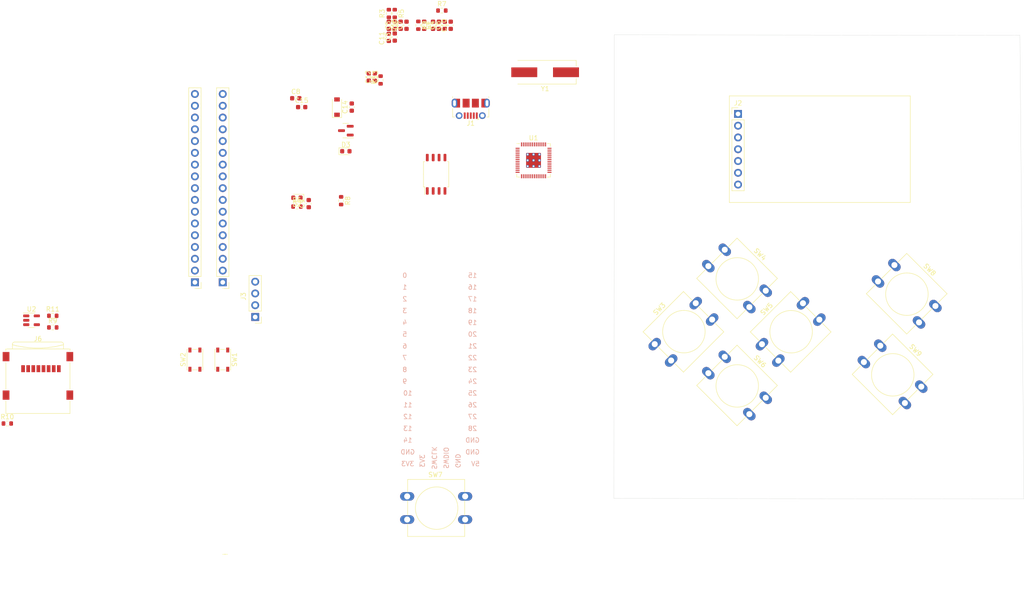
<source format=kicad_pcb>
(kicad_pcb (version 20211014) (generator pcbnew)
  (layers (0 "F.Cu" signal) (31 "B.Cu" signal) (34 "B.Paste" user) (35 "F.Paste" user) (36 "B.SilkS" user "B.Silkscreen") (37 "F.SilkS" user "F.Silkscreen") (38 "B.Mask" user) (39 "F.Mask" user) (44 "Edge.Cuts" user))
  (net 0 "")
  (net 1 "+3V3")
  (net 2 "+1V1")
  (net 3 "/XIN")
  (net 4 "VBUS")
  (net 5 "+5V")
  (net 6 "/USB_D-")
  (net 7 "/USB_D+")
  (net 9 "/~{USB_BOOT}")
  (net 10 "/SWCLK")
  (net 11 "/SWDIO")
  (net 12 "/GPIO14")
  (net 13 "/GPIO13")
  (net 14 "/GPIO12")
  (net 15 "/GPIO11")
  (net 16 "/GPIO10")
  (net 17 "/GPIO9")
  (net 18 "/GPIO8")
  (net 19 "/GPIO7")
  (net 20 "/GPIO6")
  (net 21 "/GPIO5")
  (net 22 "/GPIO4")
  (net 23 "/GPIO3")
  (net 24 "/GPIO2")
  (net 25 "/GPIO1")
  (net 26 "/GPIO0")
  (net 27 "/GPIO29_ADC3")
  (net 28 "/GPIO28_ADC2")
  (net 29 "/GPIO27_ADC1")
  (net 30 "/GPIO26_ADC0")
  (net 31 "/GPIO24")
  (net 32 "/GPIO23")
  (net 33 "/GPIO22")
  (net 34 "/GPIO21")
  (net 35 "/GPIO20")
  (net 36 "/GPIO19")
  (net 37 "/GPIO18")
  (net 38 "/GPIO17")
  (net 39 "/GPIO16")
  (net 40 "/GPIO15")
  (net 41 "Net-(R1-Pad2)")
  (net 42 "Net-(R2-Pad2)")
  (net 43 "/QSPI_SS")
  (net 44 "/XOUT")
  (net 45 "/GPIO25")
  (net 46 "/~{RESET}")
  (net 47 "/QSPI_SD3")
  (net 48 "/QSPI_CLK")
  (net 49 "/QSPI_SD0")
  (net 50 "/QSPI_SD2")
  (net 51 "/QSPI_SD1")
  (net 52 "GND")
  (net 53 "/POWER_LED")
  (net 54 "/USER_LED")
  (net 55 "/XOUT_R")
  (net 56 "/3V3")
  (net 57 "/DISPLAY_SCL")
  (net 58 "/DISPLAY_SDA")
  (net 59 "/DISPLAY_RES")
  (net 60 "/DISPLAY_DC")
  (net 61 "/DISPLAY_BLK")
  (net 62 "/SD_DAT2")
  (net 63 "/SD_DAT3")
  (net 64 "/SD_CMD")
  (net 65 "/SD_CLK")
  (net 66 "/SD_DAT0")
  (net 67 "/SD_DAT1")
  (net 68 "Net-(R9-Pad2)")
  (net 69 "/BT_MENU")
  (net 70 "/BT_B")
  (net 71 "/BT_A")
  (net 72 "/BT_DOWN")
  (net 73 "/BT_UP")
  (net 74 "/BT_RIGHT")
  (net 75 "/BT_LEFT")
  (footprint "Capacitor_SMD:C_0603_1608Metric" (layer "F.Cu") (at 138.811 22.86 -90)
    (fp_text reference "C1" (at 0 -1.43 -90) (layer "F.SilkS"))
    (fp_text value "1u")
    (pad "1" smd roundrect (at -0.775 0 270) (size 0.9 0.95) (layers "F.Cu" "F.Paste" "F.Mask") (net 1 "+3V3"))
    (pad "2" smd roundrect (at 0.775 0 270) (size 0.9 0.95) (layers "F.Cu" "F.Paste" "F.Mask") (net 52 "GND"))
  )
  (footprint "Capacitor_SMD:C_0603_1608Metric" (layer "F.Cu") (at 148.336 22.86 90)
    (fp_text reference "C2" (at 0 -1.43 90) (layer "F.SilkS"))
    (fp_text value "100n")
    (pad "1" smd roundrect (at -0.775 0 90) (size 0.9 0.95) (layers "F.Cu" "F.Paste" "F.Mask") (net 1 "+3V3"))
    (pad "2" smd roundrect (at 0.775 0 90) (size 0.9 0.95) (layers "F.Cu" "F.Paste" "F.Mask") (net 52 "GND"))
  )
  (footprint "Capacitor_SMD:C_0603_1608Metric" (layer "F.Cu") (at 140.081 25.4 90)
    (fp_text reference "C3" (at 0 -1.43 90) (layer "F.SilkS"))
    (fp_text value "1u")
    (pad "1" smd roundrect (at -0.775 0 90) (size 0.9 0.95) (layers "F.Cu" "F.Paste" "F.Mask") (net 2 "+1V1"))
    (pad "2" smd roundrect (at 0.775 0 90) (size 0.9 0.95) (layers "F.Cu" "F.Paste" "F.Mask") (net 52 "GND"))
  )
  (footprint "Capacitor_SMD:C_0603_1608Metric" (layer "F.Cu") (at 149.606 22.86 90)
    (fp_text reference "C4" (at 0 -1.43 90) (layer "F.SilkS"))
    (fp_text value "100n")
    (pad "1" smd roundrect (at -0.775 0 90) (size 0.9 0.95) (layers "F.Cu" "F.Paste" "F.Mask") (net 1 "+3V3"))
    (pad "2" smd roundrect (at 0.775 0 90) (size 0.9 0.95) (layers "F.Cu" "F.Paste" "F.Mask") (net 52 "GND"))
  )
  (footprint "Capacitor_SMD:C_0603_1608Metric" (layer "F.Cu") (at 140.081 22.86 90)
    (fp_text reference "C5" (at 0 -1.43 90) (layer "F.SilkS"))
    (fp_text value "100n")
    (pad "1" smd roundrect (at -0.775 0 90) (size 0.9 0.95) (layers "F.Cu" "F.Paste" "F.Mask") (net 2 "+1V1"))
    (pad "2" smd roundrect (at 0.775 0 90) (size 0.9 0.95) (layers "F.Cu" "F.Paste" "F.Mask") (net 52 "GND"))
  )
  (footprint "Capacitor_SMD:C_0603_1608Metric" (layer "F.Cu") (at 150.876 22.86 90)
    (fp_text reference "C6" (at 0 -1.43 90) (layer "F.SilkS"))
    (fp_text value "100n")
    (pad "1" smd roundrect (at -0.775 0 90) (size 0.9 0.95) (layers "F.Cu" "F.Paste" "F.Mask") (net 1 "+3V3"))
    (pad "2" smd roundrect (at 0.775 0 90) (size 0.9 0.95) (layers "F.Cu" "F.Paste" "F.Mask") (net 52 "GND"))
  )
  (footprint "Capacitor_SMD:C_0603_1608Metric" (layer "F.Cu") (at 142.621 22.86 90)
    (fp_text reference "C7" (at 0 -1.43 90) (layer "F.SilkS"))
    (fp_text value "100n")
    (pad "1" smd roundrect (at -0.775 0 90) (size 0.9 0.95) (layers "F.Cu" "F.Paste" "F.Mask") (net 2 "+1V1"))
    (pad "2" smd roundrect (at 0.775 0 90) (size 0.9 0.95) (layers "F.Cu" "F.Paste" "F.Mask") (net 52 "GND"))
  )
  (footprint "Capacitor_SMD:C_0603_1608Metric" (layer "F.Cu") (at 118.745 38.609)
    (fp_text reference "C8" (at 0 -1.43) (layer "F.SilkS"))
    (fp_text value "100n")
    (pad "1" smd roundrect (at -0.775 0) (size 0.9 0.95) (layers "F.Cu" "F.Paste" "F.Mask") (net 1 "+3V3"))
    (pad "2" smd roundrect (at 0.775 0) (size 0.9 0.95) (layers "F.Cu" "F.Paste" "F.Mask") (net 52 "GND"))
  )
  (footprint "Capacitor_SMD:C_0603_1608Metric" (layer "F.Cu") (at 121.539 61.341 90)
    (fp_text reference "C9" (at 0 -1.43 90) (layer "F.SilkS"))
    (fp_text value "100n")
    (pad "1" smd roundrect (at -0.775 0 90) (size 0.9 0.95) (layers "F.Cu" "F.Paste" "F.Mask") (net 1 "+3V3"))
    (pad "2" smd roundrect (at 0.775 0 90) (size 0.9 0.95) (layers "F.Cu" "F.Paste" "F.Mask") (net 52 "GND"))
  )
  (footprint "Capacitor_SMD:C_0603_1608Metric" (layer "F.Cu") (at 152.146 22.86 90)
    (fp_text reference "C10" (at 0 -1.43 90) (layer "F.SilkS"))
    (fp_text value "100n")
    (pad "1" smd roundrect (at -0.775 0 90) (size 0.9 0.95) (layers "F.Cu" "F.Paste" "F.Mask") (net 1 "+3V3"))
    (pad "2" smd roundrect (at 0.775 0 90) (size 0.9 0.95) (layers "F.Cu" "F.Paste" "F.Mask") (net 52 "GND"))
  )
  (footprint "Capacitor_SMD:C_0603_1608Metric" (layer "F.Cu") (at 138.811 25.4675 90)
    (fp_text reference "C11" (at -0.1865 -1.524 90) (layer "F.SilkS"))
    (fp_text value "100n")
    (pad "1" smd roundrect (at -0.775 0 90) (size 0.9 0.95) (layers "F.Cu" "F.Paste" "F.Mask") (net 1 "+3V3"))
    (pad "2" smd roundrect (at 0.775 0 90) (size 0.9 0.95) (layers "F.Cu" "F.Paste" "F.Mask") (net 52 "GND"))
  )
  (footprint "Capacitor_SMD:C_0603_1608Metric" (layer "F.Cu") (at 130.81 40.514 90)
    (fp_text reference "C14" (at 0 -1.43 90) (layer "F.SilkS"))
    (fp_text value "10u")
    (pad "1" smd roundrect (at -0.775 0 90) (size 0.9 0.95) (layers "F.Cu" "F.Paste" "F.Mask") (net 4 "VBUS"))
    (pad "2" smd roundrect (at 0.775 0 90) (size 0.9 0.95) (layers "F.Cu" "F.Paste" "F.Mask") (net 52 "GND"))
  )
  (footprint "Capacitor_SMD:C_0603_1608Metric" (layer "F.Cu") (at 120.015 40.514)
    (fp_text reference "C15" (at 0 -1.43) (layer "F.SilkS"))
    (fp_text value "10u")
    (pad "1" smd roundrect (at -0.775 0) (size 0.9 0.95) (layers "F.Cu" "F.Paste" "F.Mask") (net 1 "+3V3"))
    (pad "2" smd roundrect (at 0.775 0) (size 0.9 0.95) (layers "F.Cu" "F.Paste" "F.Mask") (net 52 "GND"))
  )
  (footprint "Capacitor_SMD:C_0603_1608Metric" (layer "F.Cu") (at 141.351 22.86 90)
    (fp_text reference "C16" (at 0 -1.43 90) (layer "F.SilkS"))
    (fp_text value "100n")
    (pad "1" smd roundrect (at -0.775 0 90) (size 0.9 0.95) (layers "F.Cu" "F.Paste" "F.Mask") (net 1 "+3V3"))
    (pad "2" smd roundrect (at 0.775 0 90) (size 0.9 0.95) (layers "F.Cu" "F.Paste" "F.Mask") (net 52 "GND"))
  )
  (footprint "Diode_SMD:D_SOD-123" (layer "F.Cu") (at 127.635 40.514 90)
    (fp_text reference "D1" hide)
    (fp_text value "1N5819W")
    (pad "1" smd rect (at -1.65 0 90) (size 0.9 1.2) (layers "F.Cu" "F.Paste" "F.Mask") (net 5 "+5V"))
    (pad "2" smd rect (at 1.65 0 90) (size 0.9 1.2) (layers "F.Cu" "F.Paste" "F.Mask") (net 4 "VBUS"))
  )
  (footprint "LED_SMD:LED_0603_1608Metric" (layer "F.Cu") (at 118.999 60.071 180)
    (fp_text reference "D2" (at 0 -1.43 180) (layer "F.SilkS"))
    (fp_text value "LED")
    (pad "1" smd roundrect (at -0.7875 0 180) (size 0.875 0.95) (layers "F.Cu" "F.Paste" "F.Mask") (net 52 "GND"))
    (pad "2" smd roundrect (at 0.7875 0 180) (size 0.875 0.95) (layers "F.Cu" "F.Paste" "F.Mask") (net 53 "/POWER_LED"))
  )
  (footprint "Connector_USB:USB_Micro-B_Molex-105017-0001" (layer "F.Cu") (at 156.464 40.894 180)
    (fp_text reference "J1" (at 0 -3.1125 180) (layer "F.SilkS"))
    (fp_text value "USB_B_Micro")
    (pad "1" smd rect (at -1.3 -1.4625 180) (size 0.4 1.35) (layers "F.Cu" "F.Paste" "F.Mask") (net 4 "VBUS"))
    (pad "2" smd rect (at -0.65 -1.4625 180) (size 0.4 1.35) (layers "F.Cu" "F.Paste" "F.Mask") (net 6 "/USB_D-"))
    (pad "3" smd rect (at 0 -1.4625 180) (size 0.4 1.35) (layers "F.Cu" "F.Paste" "F.Mask") (net 7 "/USB_D+"))
    (pad "4" smd rect (at 0.65 -1.4625 180) (size 0.4 1.35) (layers "F.Cu" "F.Paste" "F.Mask"))
    (pad "5" smd rect (at 1.3 -1.4625 180) (size 0.4 1.35) (layers "F.Cu" "F.Paste" "F.Mask") (net 52 "GND"))
    (pad "6" smd rect (at -1 1.2375 180) (size 1.5 1.9) (layers "F.Cu" "F.Paste" "F.Mask") (net 52 "GND"))
    (pad "6" smd rect (at -2.9 1.2375 180) (size 1.2 1.9) (layers "F.Cu" "F.Mask") (net 52 "GND"))
    (pad "6" thru_hole circle (at 2.5 -1.4625 180) (size 1.45 1.45) (drill 0.85) (layers *.Cu *.Mask) (net 52 "GND"))
    (pad "6" thru_hole circle (at -2.5 -1.4625 180) (size 1.45 1.45) (drill 0.85) (layers *.Cu *.Mask) (net 52 "GND"))
    (pad "6" smd rect (at 1 1.2375 180) (size 1.5 1.9) (layers "F.Cu" "F.Paste" "F.Mask") (net 52 "GND"))
    (pad "6" thru_hole oval (at 3.5 1.2375 180) (size 1.2 1.9) (drill oval 0.6 1.3) (layers *.Cu *.Mask) (net 52 "GND"))
    (pad "6" smd rect (at 2.9 1.2375 180) (size 1.2 1.9) (layers "F.Cu" "F.Mask") (net 52 "GND"))
    (pad "6" thru_hole oval (at -3.5 1.2375) (size 1.2 1.9) (drill oval 0.6 1.3) (layers *.Cu *.Mask) (net 52 "GND"))
  )
  (footprint "Connector_PinHeader_2.54mm:PinHeader_1x17_P2.54mm_Vertical" (layer "F.Cu") (at 97 78.325 180)
    (fp_text reference "J4" hide)
    (fp_text value "Conn_01x17")
    (pad "1" thru_hole rect (at 0 0 180) (size 1.7 1.7) (drill 1) (layers *.Cu *.Mask) (net 1 "+3V3"))
    (pad "2" thru_hole oval (at 0 2.54 180) (size 1.7 1.7) (drill 1) (layers *.Cu *.Mask) (net 52 "GND"))
    (pad "3" thru_hole oval (at 0 5.08 180) (size 1.7 1.7) (drill 1) (layers *.Cu *.Mask) (net 12 "/GPIO14"))
    (pad "4" thru_hole oval (at 0 7.62 180) (size 1.7 1.7) (drill 1) (layers *.Cu *.Mask) (net 13 "/GPIO13"))
    (pad "5" thru_hole oval (at 0 10.16 180) (size 1.7 1.7) (drill 1) (layers *.Cu *.Mask) (net 14 "/GPIO12"))
    (pad "6" thru_hole oval (at 0 12.7 180) (size 1.7 1.7) (drill 1) (layers *.Cu *.Mask) (net 15 "/GPIO11"))
    (pad "7" thru_hole oval (at 0 15.24 180) (size 1.7 1.7) (drill 1) (layers *.Cu *.Mask) (net 16 "/GPIO10"))
    (pad "8" thru_hole oval (at 0 17.78 180) (size 1.7 1.7) (drill 1) (layers *.Cu *.Mask) (net 17 "/GPIO9"))
    (pad "9" thru_hole oval (at 0 20.32 180) (size 1.7 1.7) (drill 1) (layers *.Cu *.Mask) (net 18 "/GPIO8"))
    (pad "10" thru_hole oval (at 0 22.86 180) (size 1.7 1.7) (drill 1) (layers *.Cu *.Mask) (net 19 "/GPIO7"))
    (pad "11" thru_hole oval (at 0 25.4 180) (size 1.7 1.7) (drill 1) (layers *.Cu *.Mask) (net 20 "/GPIO6"))
    (pad "12" thru_hole oval (at 0 27.94 180) (size 1.7 1.7) (drill 1) (layers *.Cu *.Mask) (net 21 "/GPIO5"))
    (pad "13" thru_hole oval (at 0 30.48 180) (size 1.7 1.7) (drill 1) (layers *.Cu *.Mask) (net 22 "/GPIO4"))
    (pad "14" thru_hole oval (at 0 33.02 180) (size 1.7 1.7) (drill 1) (layers *.Cu *.Mask) (net 23 "/GPIO3"))
    (pad "15" thru_hole oval (at 0 35.56 180) (size 1.7 1.7) (drill 1) (layers *.Cu *.Mask) (net 24 "/GPIO2"))
    (pad "16" thru_hole oval (at 0 38.1 180) (size 1.7 1.7) (drill 1) (layers *.Cu *.Mask) (net 25 "/GPIO1"))
    (pad "17" thru_hole oval (at 0 40.64 180) (size 1.7 1.7) (drill 1) (layers *.Cu *.Mask) (net 26 "/GPIO0"))
  )
  (footprint "Connector_PinHeader_2.54mm:PinHeader_1x17_P2.54mm_Vertical" (layer "F.Cu") (at 103 78.325 180)
    (fp_text reference "J5" hide)
    (fp_text value "Conn_01x17")
    (pad "1" thru_hole rect (at 0 0 180) (size 1.7 1.7) (drill 1) (layers *.Cu *.Mask) (net 5 "+5V"))
    (pad "2" thru_hole oval (at 0 2.54 180) (size 1.7 1.7) (drill 1) (layers *.Cu *.Mask) (net 52 "GND"))
    (pad "3" thru_hole oval (at 0 5.08 180) (size 1.7 1.7) (drill 1) (layers *.Cu *.Mask) (net 52 "GND"))
    (pad "4" thru_hole oval (at 0 7.62 180) (size 1.7 1.7) (drill 1) (layers *.Cu *.Mask) (net 40 "/GPIO15"))
    (pad "5" thru_hole oval (at 0 10.16 180) (size 1.7 1.7) (drill 1) (layers *.Cu *.Mask) (net 39 "/GPIO16"))
    (pad "6" thru_hole oval (at 0 12.7 180) (size 1.7 1.7) (drill 1) (layers *.Cu *.Mask) (net 38 "/GPIO17"))
    (pad "7" thru_hole oval (at 0 15.24 180) (size 1.7 1.7) (drill 1) (layers *.Cu *.Mask) (net 37 "/GPIO18"))
    (pad "8" thru_hole oval (at 0 17.78 180) (size 1.7 1.7) (drill 1) (layers *.Cu *.Mask) (net 36 "/GPIO19"))
    (pad "9" thru_hole oval (at 0 20.32 180) (size 1.7 1.7) (drill 1) (layers *.Cu *.Mask) (net 35 "/GPIO20"))
    (pad "10" thru_hole oval (at 0 22.86 180) (size 1.7 1.7) (drill 1) (layers *.Cu *.Mask) (net 34 "/GPIO21"))
    (pad "11" thru_hole oval (at 0 25.4 180) (size 1.7 1.7) (drill 1) (layers *.Cu *.Mask) (net 33 "/GPIO22"))
    (pad "12" thru_hole oval (at 0 27.94 180) (size 1.7 1.7) (drill 1) (layers *.Cu *.Mask) (net 32 "/GPIO23"))
    (pad "13" thru_hole oval (at 0 30.48 180) (size 1.7 1.7) (drill 1) (layers *.Cu *.Mask) (net 31 "/GPIO24"))
    (pad "14" thru_hole oval (at 0 33.02 180) (size 1.7 1.7) (drill 1) (layers *.Cu *.Mask) (net 30 "/GPIO26_ADC0"))
    (pad "15" thru_hole oval (at 0 35.56 180) (size 1.7 1.7) (drill 1) (layers *.Cu *.Mask) (net 29 "/GPIO27_ADC1"))
    (pad "16" thru_hole oval (at 0 38.1 180) (size 1.7 1.7) (drill 1) (layers *.Cu *.Mask) (net 28 "/GPIO28_ADC2"))
    (pad "17" thru_hole oval (at 0 40.64 180) (size 1.7 1.7) (drill 1) (layers *.Cu *.Mask) (net 27 "/GPIO29_ADC3"))
  )
  (footprint "Resistor_SMD:R_0603_1608Metric" (layer "F.Cu") (at 146.431 22.86 -90)
    (fp_text reference "R1" (at 0 -1.43 -90) (layer "F.SilkS"))
    (fp_text value "27")
    (pad "1" smd roundrect (at -0.825 0 270) (size 0.8 0.95) (layers "F.Cu" "F.Paste" "F.Mask") (net 6 "/USB_D-"))
    (pad "2" smd roundrect (at 0.825 0 270) (size 0.8 0.95) (layers "F.Cu" "F.Paste" "F.Mask") (net 41 "Net-(R1-Pad2)"))
  )
  (footprint "Resistor_SMD:R_0603_1608Metric" (layer "F.Cu") (at 145.161 22.86 -90)
    (fp_text reference "R2" (at 0 -1.43 -90) (layer "F.SilkS"))
    (fp_text value "27")
    (pad "1" smd roundrect (at -0.825 0 270) (size 0.8 0.95) (layers "F.Cu" "F.Paste" "F.Mask") (net 7 "/USB_D+"))
    (pad "2" smd roundrect (at 0.825 0 270) (size 0.8 0.95) (layers "F.Cu" "F.Paste" "F.Mask") (net 42 "Net-(R2-Pad2)"))
  )
  (footprint "Resistor_SMD:R_0603_1608Metric" (layer "F.Cu") (at 138.811 20.32 90)
    (fp_text reference "R3" (at 0 -1.43 90) (layer "F.SilkS"))
    (fp_text value "1k")
    (pad "1" smd roundrect (at -0.825 0 90) (size 0.8 0.95) (layers "F.Cu" "F.Paste" "F.Mask") (net 43 "/QSPI_SS"))
    (pad "2" smd roundrect (at 0.825 0 90) (size 0.8 0.95) (layers "F.Cu" "F.Paste" "F.Mask") (net 9 "/~{USB_BOOT}"))
  )
  (footprint "Resistor_SMD:R_0603_1608Metric" (layer "F.Cu") (at 137.033 34.658 90)
    (fp_text reference "R4" (at 0 -1.43 90) (layer "F.SilkS"))
    (fp_text value "1k")
    (pad "1" smd roundrect (at -0.825 0 90) (size 0.8 0.95) (layers "F.Cu" "F.Paste" "F.Mask") (net 44 "/XOUT"))
    (pad "2" smd roundrect (at 0.825 0 90) (size 0.8 0.95) (layers "F.Cu" "F.Paste" "F.Mask") (net 55 "/XOUT_R"))
  )
  (footprint "Resistor_SMD:R_0603_1608Metric" (layer "F.Cu") (at 140.081 20.32 -90)
    (fp_text reference "R5" (at 0 -1.43 -90) (layer "F.SilkS"))
    (fp_text value "10k")
    (pad "1" smd roundrect (at -0.825 0 270) (size 0.8 0.95) (layers "F.Cu" "F.Paste" "F.Mask") (net 43 "/QSPI_SS"))
    (pad "2" smd roundrect (at 0.825 0 270) (size 0.8 0.95) (layers "F.Cu" "F.Paste" "F.Mask") (net 1 "+3V3"))
  )
  (footprint "Resistor_SMD:R_0603_1608Metric" (layer "F.Cu") (at 118.999 61.976)
    (fp_text reference "R6" (at 0 -1.43) (layer "F.SilkS"))
    (fp_text value "10k")
    (pad "1" smd roundrect (at -0.825 0) (size 0.8 0.95) (layers "F.Cu" "F.Paste" "F.Mask") (net 53 "/POWER_LED"))
    (pad "2" smd roundrect (at 0.825 0) (size 0.8 0.95) (layers "F.Cu" "F.Paste" "F.Mask") (net 1 "+3V3"))
  )
  (footprint "Resistor_SMD:R_0603_1608Metric" (layer "F.Cu") (at 150.241 19.685)
    (fp_text reference "R7" (at 0 -1.43) (layer "F.SilkS"))
    (fp_text value "10k")
    (pad "1" smd roundrect (at -0.825 0) (size 0.8 0.95) (layers "F.Cu" "F.Paste" "F.Mask") (net 54 "/USER_LED"))
    (pad "2" smd roundrect (at 0.825 0) (size 0.8 0.95) (layers "F.Cu" "F.Paste" "F.Mask") (net 45 "/GPIO25"))
  )
  (footprint "Resistor_SMD:R_0603_1608Metric" (layer "F.Cu") (at 128.524 60.706 -90)
    (fp_text reference "R8" (at 0 -1.43 -90) (layer "F.SilkS"))
    (fp_text value "10k")
    (pad "1" smd roundrect (at -0.825 0 270) (size 0.8 0.95) (layers "F.Cu" "F.Paste" "F.Mask") (net 46 "/~{RESET}"))
    (pad "2" smd roundrect (at 0.825 0 270) (size 0.8 0.95) (layers "F.Cu" "F.Paste" "F.Mask") (net 1 "+3V3"))
  )
  (footprint "Biblioteca de footprints:RP2040-QFN-56" (layer "F.Cu") (at 169.99999 51.999998)
    (fp_text reference "U1" (at 0 -4.82) (layer "F.SilkS"))
    (fp_text value "RP2040")
    (pad "1" smd roundrect locked (at -3.4375 -2.6) (size 0.875 0.2) (layers "F.Cu" "F.Paste" "F.Mask") (net 1 "+3V3"))
    (pad "2" smd roundrect locked (at -3.4375 -2.2) (size 0.875 0.2) (layers "F.Cu" "F.Paste" "F.Mask") (net 26 "/GPIO0"))
    (pad "3" smd roundrect locked (at -3.4375 -1.8) (size 0.875 0.2) (layers "F.Cu" "F.Paste" "F.Mask") (net 65 "/SD_CLK"))
    (pad "4" smd roundrect locked (at -3.4375 -1.4) (size 0.875 0.2) (layers "F.Cu" "F.Paste" "F.Mask") (net 57 "/DISPLAY_SCL"))
    (pad "5" smd roundrect locked (at -3.4375 -1) (size 0.875 0.2) (layers "F.Cu" "F.Paste" "F.Mask") (net 58 "/DISPLAY_SDA"))
    (pad "6" smd roundrect locked (at -3.4375 -0.6) (size 0.875 0.2) (layers "F.Cu" "F.Paste" "F.Mask") (net 60 "/DISPLAY_DC"))
    (pad "7" smd roundrect locked (at -3.4375 -0.2) (size 0.875 0.2) (layers "F.Cu" "F.Paste" "F.Mask") (net 59 "/DISPLAY_RES"))
    (pad "8" smd roundrect locked (at -3.4375 0.2) (size 0.875 0.2) (layers "F.Cu" "F.Paste" "F.Mask") (net 20 "/GPIO6"))
    (pad "9" smd roundrect locked (at -3.4375 0.6) (size 0.875 0.2) (layers "F.Cu" "F.Paste" "F.Mask") (net 19 "/GPIO7"))
    (pad "10" smd roundrect locked (at -3.4375 1) (size 0.875 0.2) (layers "F.Cu" "F.Paste" "F.Mask") (net 1 "+3V3"))
    (pad "11" smd roundrect locked (at -3.4375 1.4) (size 0.875 0.2) (layers "F.Cu" "F.Paste" "F.Mask") (net 18 "/GPIO8"))
    (pad "12" smd roundrect locked (at -3.4375 1.8) (size 0.875 0.2) (layers "F.Cu" "F.Paste" "F.Mask") (net 75 "/BT_LEFT"))
    (pad "13" smd roundrect locked (at -3.4375 2.2) (size 0.875 0.2) (layers "F.Cu" "F.Paste" "F.Mask") (net 74 "/BT_RIGHT"))
    (pad "14" smd roundrect locked (at -3.4375 2.6) (size 0.875 0.2) (layers "F.Cu" "F.Paste" "F.Mask") (net 73 "/BT_UP"))
    (pad "15" smd roundrect locked (at -2.6 3.4375) (size 0.2 0.875) (layers "F.Cu" "F.Paste" "F.Mask") (net 72 "/BT_DOWN"))
    (pad "16" smd roundrect locked (at -2.2 3.4375) (size 0.2 0.875) (layers "F.Cu" "F.Paste" "F.Mask") (net 71 "/BT_A"))
    (pad "17" smd roundrect locked (at -1.8 3.4375) (size 0.2 0.875) (layers "F.Cu" "F.Paste" "F.Mask") (net 70 "/BT_B"))
    (pad "18" smd roundrect locked (at -1.4 3.4375) (size 0.2 0.875) (layers "F.Cu" "F.Paste" "F.Mask") (net 69 "/BT_MENU"))
    (pad "19" smd roundrect locked (at -1 3.4375) (size 0.2 0.875) (layers "F.Cu" "F.Paste" "F.Mask") (net 52 "GND"))
    (pad "20" smd roundrect locked (at -0.6 3.4375) (size 0.2 0.875) (layers "F.Cu" "F.Paste" "F.Mask") (net 3 "/XIN"))
    (pad "21" smd roundrect locked (at -0.2 3.4375) (size 0.2 0.875) (layers "F.Cu" "F.Paste" "F.Mask") (net 44 "/XOUT"))
    (pad "22" smd roundrect locked (at 0.2 3.4375) (size 0.2 0.875) (layers "F.Cu" "F.Paste" "F.Mask") (net 1 "+3V3"))
    (pad "23" smd roundrect locked (at 0.6 3.4375) (size 0.2 0.875) (layers "F.Cu" "F.Paste" "F.Mask") (net 2 "+1V1"))
    (pad "24" smd roundrect locked (at 1 3.4375) (size 0.2 0.875) (layers "F.Cu" "F.Paste" "F.Mask") (net 10 "/SWCLK"))
    (pad "25" smd roundrect locked (at 1.4 3.4375) (size 0.2 0.875) (layers "F.Cu" "F.Paste" "F.Mask") (net 11 "/SWDIO"))
    (pad "26" smd roundrect locked (at 1.8 3.4375) (size 0.2 0.875) (layers "F.Cu" "F.Paste" "F.Mask") (net 46 "/~{RESET}"))
    (pad "27" smd roundrect locked (at 2.2 3.4375) (size 0.2 0.875) (layers "F.Cu" "F.Paste" "F.Mask") (net 39 "/GPIO16"))
    (pad "28" smd roundrect locked (at 2.6 3.4375) (size 0.2 0.875) (layers "F.Cu" "F.Paste" "F.Mask") (net 38 "/GPIO17"))
    (pad "29" smd roundrect locked (at 3.4375 2.6) (size 0.875 0.2) (layers "F.Cu" "F.Paste" "F.Mask") (net 64 "/SD_CMD"))
    (pad "30" smd roundrect locked (at 3.4375 2.2) (size 0.875 0.2) (layers "F.Cu" "F.Paste" "F.Mask") (net 36 "/GPIO19"))
    (pad "31" smd roundrect locked (at 3.4375 1.8) (size 0.875 0.2) (layers "F.Cu" "F.Paste" "F.Mask") (net 67 "/SD_DAT1"))
    (pad "32" smd roundrect locked (at 3.4375 1.4) (size 0.875 0.2) (layers "F.Cu" "F.Paste" "F.Mask") (net 62 "/SD_DAT2"))
    (pad "33" smd roundrect locked (at 3.4375 1) (size 0.875 0.2) (layers "F.Cu" "F.Paste" "F.Mask") (net 1 "+3V3"))
    (pad "34" smd roundrect locked (at 3.4375 0.6) (size 0.875 0.2) (layers "F.Cu" "F.Paste" "F.Mask") (net 63 "/SD_DAT3"))
    (pad "35" smd roundrect locked (at 3.4375 0.2) (size 0.875 0.2) (layers "F.Cu" "F.Paste" "F.Mask") (net 32 "/GPIO23"))
    (pad "36" smd roundrect locked (at 3.4375 -0.2) (size 0.875 0.2) (layers "F.Cu" "F.Paste" "F.Mask") (net 31 "/GPIO24"))
    (pad "37" smd roundrect locked (at 3.4375 -0.6) (size 0.875 0.2) (layers "F.Cu" "F.Paste" "F.Mask") (net 45 "/GPIO25"))
    (pad "38" smd roundrect locked (at 3.4375 -1) (size 0.875 0.2) (layers "F.Cu" "F.Paste" "F.Mask") (net 30 "/GPIO26_ADC0"))
    (pad "39" smd roundrect locked (at 3.4375 -1.4) (size 0.875 0.2) (layers "F.Cu" "F.Paste" "F.Mask") (net 29 "/GPIO27_ADC1"))
    (pad "40" smd roundrect locked (at 3.4375 -1.8) (size 0.875 0.2) (layers "F.Cu" "F.Paste" "F.Mask") (net 28 "/GPIO28_ADC2"))
    (pad "41" smd roundrect locked (at 3.4375 -2.2) (size 0.875 0.2) (layers "F.Cu" "F.Paste" "F.Mask") (net 27 "/GPIO29_ADC3"))
    (pad "42" smd roundrect locked (at 3.4375 -2.6) (size 0.875 0.2) (layers "F.Cu" "F.Paste" "F.Mask") (net 1 "+3V3"))
    (pad "43" smd roundrect locked (at 2.6 -3.4375) (size 0.2 0.875) (layers "F.Cu" "F.Paste" "F.Mask") (net 1 "+3V3"))
    (pad "44" smd roundrect locked (at 2.2 -3.4375) (size 0.2 0.875) (layers "F.Cu" "F.Paste" "F.Mask") (net 1 "+3V3"))
    (pad "45" smd roundrect locked (at 1.8 -3.4375) (size 0.2 0.875) (layers "F.Cu" "F.Paste" "F.Mask") (net 2 "+1V1"))
    (pad "46" smd roundrect locked (at 1.4 -3.4375) (size 0.2 0.875) (layers "F.Cu" "F.Paste" "F.Mask") (net 41 "Net-(R1-Pad2)"))
    (pad "47" smd roundrect locked (at 1 -3.4375) (size 0.2 0.875) (layers "F.Cu" "F.Paste" "F.Mask") (net 42 "Net-(R2-Pad2)"))
    (pad "48" smd roundrect locked (at 0.6 -3.4375) (size 0.2 0.875) (layers "F.Cu" "F.Paste" "F.Mask") (net 1 "+3V3"))
    (pad "49" smd roundrect locked (at 0.2 -3.4375) (size 0.2 0.875) (layers "F.Cu" "F.Paste" "F.Mask") (net 1 "+3V3"))
    (pad "50" smd roundrect locked (at -0.2 -3.4375) (size 0.2 0.875) (layers "F.Cu" "F.Paste" "F.Mask") (net 2 "+1V1"))
    (pad "51" smd roundrect locked (at -0.6 -3.4375) (size 0.2 0.875) (layers "F.Cu" "F.Paste" "F.Mask") (net 47 "/QSPI_SD3"))
    (pad "52" smd roundrect locked (at -1 -3.4375) (size 0.2 0.875) (layers "F.Cu" "F.Paste" "F.Mask") (net 48 "/QSPI_CLK"))
    (pad "53" smd roundrect locked (at -1.4 -3.4375) (size 0.2 0.875) (layers "F.Cu" "F.Paste" "F.Mask") (net 49 "/QSPI_SD0"))
    (pad "54" smd roundrect locked (at -1.8 -3.4375) (size 0.2 0.875) (layers "F.Cu" "F.Paste" "F.Mask") (net 50 "/QSPI_SD2"))
    (pad "55" smd roundrect locked (at -2.2 -3.4375) (size 0.2 0.875) (layers "F.Cu" "F.Paste" "F.Mask") (net 51 "/QSPI_SD1"))
    (pad "56" smd roundrect locked (at -2.6 -3.4375) (size 0.2 0.875) (layers "F.Cu" "F.Paste" "F.Mask") (net 43 "/QSPI_SS"))
    (pad "57" thru_hole circle locked (at -1.275 0) (size 0.6 0.6) (drill 0.35) (layers *.Cu) (net 52 "GND"))
    (pad "57" thru_hole circle locked (at -1.275 -1.275) (size 0.6 0.6) (drill 0.35) (layers *.Cu) (net 52 "GND"))
    (pad "57" smd roundrect locked (at 0 0) (size 3.2 3.2) (layers "F.Cu" "F.Mask") (roundrect_rratio 0.045) (net 52 "GND"))
    (pad "57" thru_hole circle locked (at 0 1.275) (size 0.6 0.6) (drill 0.35) (layers *.Cu) (net 52 "GND"))
    (pad "57" thru_hole circle locked (at -1.275 1.275) (size 0.6 0.6) (drill 0.35) (layers *.Cu) (net 52 "GND"))
    (pad "57" thru_hole circle locked (at 1.275 -1.275) (size 0.6 0.6) (drill 0.35) (layers *.Cu) (net 52 "GND"))
    (pad "57" thru_hole circle locked (at 0 0) (size 0.6 0.6) (drill 0.35) (layers *.Cu) (net 52 "GND"))
    (pad "57" thru_hole circle locked (at 1.275 0) (size 0.6 0.6) (drill 0.35) (layers *.Cu) (net 52 "GND"))
    (pad "57" thru_hole circle locked (at 1.275 1.275) (size 0.6 0.6) (drill 0.35) (layers *.Cu) (net 52 "GND"))
    (pad "57" thru_hole circle locked (at 0 -1.275) (size 0.6 0.6) (drill 0.35) (layers *.Cu) (net 52 "GND"))
  )
  (footprint "Package_SO:SOIC-8_5.23x5.23mm_P1.27mm" (layer "F.Cu") (at 149 55 90)
    (fp_text reference "U3" hide)
    (fp_text value "W25Q128JVS")
    (pad "1" smd roundrect locked (at -3.6 -1.905 90) (size 1.6 0.6) (layers "F.Cu" "F.Paste" "F.Mask") (net 43 "/QSPI_SS"))
    (pad "2" smd roundrect locked (at -3.6 -0.635 90) (size 1.6 0.6) (layers "F.Cu" "F.Paste" "F.Mask") (net 51 "/QSPI_SD1"))
    (pad "3" smd roundrect locked (at -3.6 0.635 90) (size 1.6 0.6) (layers "F.Cu" "F.Paste" "F.Mask") (net 50 "/QSPI_SD2"))
    (pad "4" smd roundrect locked (at -3.6 1.905 90) (size 1.6 0.6) (layers "F.Cu" "F.Paste" "F.Mask") (net 52 "GND"))
    (pad "5" smd roundrect locked (at 3.6 1.905 90) (size 1.6 0.6) (layers "F.Cu" "F.Paste" "F.Mask") (net 49 "/QSPI_SD0"))
    (pad "6" smd roundrect locked (at 3.6 0.635 90) (size 1.6 0.6) (layers "F.Cu" "F.Paste" "F.Mask") (net 48 "/QSPI_CLK"))
    (pad "7" smd roundrect locked (at 3.6 -0.635 90) (size 1.6 0.6) (layers "F.Cu" "F.Paste" "F.Mask") (net 47 "/QSPI_SD3"))
    (pad "8" smd roundrect locked (at 3.6 -1.905 90) (size 1.6 0.6) (layers "F.Cu" "F.Paste" "F.Mask") (net 1 "+3V3"))
  )
  (footprint "Biblioteca de footprints:Crystal_SMD_HC49-US" (layer "F.Cu") (at 172.5 33 180)
    (fp_text reference "Y1" (at 0 -3.55 180) (layer "F.SilkS"))
    (fp_text value "12MHz")
    (pad "1" smd rect locked (at -4.5 0 180) (size 5.6 2.1) (layers "F.Cu" "F.Paste" "F.Mask") (net 3 "/XIN"))
    (pad "2" smd rect locked (at 4.5 0 180) (size 5.6 2.1) (layers "F.Cu" "F.Paste" "F.Mask") (net 55 "/XOUT_R"))
  )
  (footprint "Connector_PinHeader_2.54mm:PinHeader_1x04_P2.54mm_Vertical" (layer "F.Cu") (at 110 85.8 180)
    (fp_text reference "J3" (at 2.54 4.445 90) (layer "F.SilkS"))
    (fp_text value "Conn_01x04")
    (pad "1" thru_hole rect (at 0 0 180) (size 1.7 1.7) (drill 1) (layers *.Cu *.Mask) (net 1 "+3V3"))
    (pad "2" thru_hole oval (at 0 2.54 180) (size 1.7 1.7) (drill 1) (layers *.Cu *.Mask) (net 10 "/SWCLK"))
    (pad "3" thru_hole oval (at 0 5.08 180) (size 1.7 1.7) (drill 1) (layers *.Cu *.Mask) (net 11 "/SWDIO"))
    (pad "4" thru_hole oval (at 0 7.62 180) (size 1.7 1.7) (drill 1) (layers *.Cu *.Mask) (net 52 "GND"))
  )
  (footprint "LED_SMD:LED_0603_1608Metric" (layer "F.Cu") (at 129.54 50.039)
    (fp_text reference "D3" (at 0 -1.43) (layer "F.SilkS"))
    (fp_text value "LED")
    (pad "1" smd roundrect (at -0.7875 0) (size 0.875 0.95) (layers "F.Cu" "F.Paste" "F.Mask") (net 52 "GND"))
    (pad "2" smd roundrect (at 0.7875 0) (size 0.875 0.95) (layers "F.Cu" "F.Paste" "F.Mask") (net 54 "/USER_LED"))
  )
  (footprint "Capacitor_SMD:C_0603_1608Metric" (layer "F.Cu") (at 135.763 34.023 90)
    (fp_text reference "C12" (at 0 -1.43 90) (layer "F.SilkS"))
    (fp_text value "27p")
    (pad "1" smd roundrect (at -0.775 0 90) (size 0.9 0.95) (layers "F.Cu" "F.Paste" "F.Mask") (net 3 "/XIN"))
    (pad "2" smd roundrect (at 0.775 0 90) (size 0.9 0.95) (layers "F.Cu" "F.Paste" "F.Mask") (net 52 "GND"))
  )
  (footprint "Capacitor_SMD:C_0603_1608Metric" (layer "F.Cu") (at 134.493 34.023 -90)
    (fp_text reference "C13" (at 0 -1.43 -90) (layer "F.SilkS"))
    (fp_text value "27p")
    (pad "1" smd roundrect (at -0.775 0 270) (size 0.9 0.95) (layers "F.Cu" "F.Paste" "F.Mask") (net 55 "/XOUT_R"))
    (pad "2" smd roundrect (at 0.775 0 270) (size 0.9 0.95) (layers "F.Cu" "F.Paste" "F.Mask") (net 52 "GND"))
  )
  (footprint "Package_TO_SOT_SMD:SOT-23" (layer "F.Cu") (at 129.54 45.594 180)
    (fp_text reference "U2" hide)
    (fp_text value "XC6206P332MR")
    (pad "1" smd roundrect (at -0.9375 -0.95 180) (size 1.475 0.6) (layers "F.Cu" "F.Paste" "F.Mask") (net 52 "GND"))
    (pad "2" smd roundrect (at -0.9375 0.95 180) (size 1.475 0.6) (layers "F.Cu" "F.Paste" "F.Mask") (net 1 "+3V3"))
    (pad "3" smd roundrect (at 0.9375 0 180) (size 1.475 0.6) (layers "F.Cu" "F.Paste" "F.Mask") (net 5 "+5V"))
  )
  (footprint "Button_Switch_SMD:SW_SPST_PTS810" (layer "F.Cu") (at 103 95 90)
    (fp_text reference "SW1" (at 0 2.54 90) (layer "F.SilkS"))
    (fp_text value "SW_Push")
    (pad "1" smd rect locked (at 2.075 -1.075 90) (size 1.05 0.65) (layers "F.Cu" "F.Paste" "F.Mask") (net 52 "GND"))
    (pad "1" smd rect locked (at -2.075 -1.075 90) (size 1.05 0.65) (layers "F.Cu" "F.Paste" "F.Mask") (net 52 "GND"))
    (pad "2" smd rect locked (at -2.075 1.075 90) (size 1.05 0.65) (layers "F.Cu" "F.Paste" "F.Mask") (net 9 "/~{USB_BOOT}"))
    (pad "2" smd rect locked (at 2.075 1.075 90) (size 1.05 0.65) (layers "F.Cu" "F.Paste" "F.Mask") (net 9 "/~{USB_BOOT}"))
  )
  (footprint "Button_Switch_SMD:SW_SPST_PTS810" (layer "F.Cu") (at 97 95 -90)
    (fp_text reference "SW2" (at 0 2.54 90) (layer "F.SilkS"))
    (fp_text value "SW_Push")
    (pad "1" smd rect locked (at -2.075 -1.075 270) (size 1.05 0.65) (layers "F.Cu" "F.Paste" "F.Mask") (net 52 "GND"))
    (pad "1" smd rect locked (at 2.075 -1.075 270) (size 1.05 0.65) (layers "F.Cu" "F.Paste" "F.Mask") (net 52 "GND"))
    (pad "2" smd rect locked (at 2.075 1.075 270) (size 1.05 0.65) (layers "F.Cu" "F.Paste" "F.Mask") (net 46 "/~{RESET}"))
    (pad "2" smd rect locked (at -2.075 1.075 270) (size 1.05 0.65) (layers "F.Cu" "F.Paste" "F.Mask") (net 46 "/~{RESET}"))
  )
  (footprint "MountingHole:MountingHole_2.2mm_M2" (layer "F.Cu") (at 75.946 133.35)
    (fp_text reference "H1" hide)
    (fp_text value "MountingHole")
    (pad "" np_thru_hole circle (at 0 0) (size 2.2 2.2) (drill 2.2) (layers *.Cu *.Mask))
  )
  (footprint "MountingHole:MountingHole_2.2mm_M2" (layer "F.Cu") (at 89.916 133.35)
    (fp_text reference "H2" hide)
    (fp_text value "MountingHole")
    (pad "" np_thru_hole circle locked (at 0 0) (size 2.2 2.2) (drill 2.2) (layers *.Cu *.Mask))
  )
  (footprint "MountingHole:MountingHole_2.2mm_M2" (layer "F.Cu") (at 75.311 143.51)
    (fp_text reference "H3" hide)
    (fp_text value "MountingHole")
    (pad "" np_thru_hole circle (at 0 0) (size 2.2 2.2) (drill 2.2) (layers *.Cu *.Mask))
  )
  (footprint "MountingHole:MountingHole_2.2mm_M2" (layer "F.Cu") (at 90.551 143.51)
    (fp_text reference "H4" hide)
    (fp_text value "MountingHole")
    (pad "" np_thru_hole circle (at 0 0) (size 2.2 2.2) (drill 2.2) (layers *.Cu *.Mask))
  )
  (footprint "Resistor_SMD:R_0603_1608Metric" (layer "F.Cu") (at 66.36 85.54)
    (fp_text reference "R11" (at 0 -1.43) (layer "F.SilkS"))
    (fp_text value "DNF")
    (pad "1" smd roundrect (at -0.825 0) (size 0.8 0.95) (layers "F.Cu" "F.Paste" "F.Mask") (net 65 "/SD_CLK"))
    (pad "2" smd roundrect (at 0.825 0) (size 0.8 0.95) (layers "F.Cu" "F.Paste" "F.Mask") (net 52 "GND"))
  )
  (footprint "Button_Switch_THT:SW_PUSH-12mm" (layer "F.Cu") (at 211.221422 94.387899 -45)
    (fp_text reference "SW6" (at 6.08 -4.66 135) (layer "F.SilkS"))
    (fp_text value "SW_Push")
    (pad "1" thru_hole oval (at 12.5 0 315) (size 3.048 1.85) (drill 1.3) (layers *.Cu *.Mask) (net 72 "/BT_DOWN"))
    (pad "1" thru_hole oval (at 0 0 315) (size 3.048 1.85) (drill 1.3) (layers *.Cu *.Mask) (net 72 "/BT_DOWN"))
    (pad "2" thru_hole oval (at 12.5 5 315) (size 3.048 1.85) (drill 1.3) (layers *.Cu *.Mask) (net 52 "GND"))
    (pad "2" thru_hole oval (at 0 5 315) (size 3.048 1.85) (drill 1.3) (layers *.Cu *.Mask) (net 52 "GND"))
  )
  (footprint "Button_Switch_THT:SW_PUSH-12mm" (layer "F.Cu") (at 247.799421 74.591887 -45)
    (fp_text reference "SW8" (at 6.08 -4.66 135) (layer "F.SilkS"))
    (fp_text value "SW_Push")
    (pad "1" thru_hole oval (at 0 0 315) (size 3.048 1.85) (drill 1.3) (layers *.Cu *.Mask) (net 74 "/BT_RIGHT"))
    (pad "1" thru_hole oval (at 12.5 0 315) (size 3.048 1.85) (drill 1.3) (layers *.Cu *.Mask) (net 74 "/BT_RIGHT"))
    (pad "2" thru_hole oval (at 0 5 315) (size 3.048 1.85) (drill 1.3) (layers *.Cu *.Mask) (net 52 "GND"))
    (pad "2" thru_hole oval (at 12.5 5 315) (size 3.048 1.85) (drill 1.3) (layers *.Cu *.Mask) (net 52 "GND"))
  )
  (footprint "Connector_Card:microSD_HC_Wuerth_693072010801" (layer "F.Cu") (at 63.16 98.505)
    (fp_text reference "J6" (at 0 -7.99) (layer "F.SilkS"))
    (fp_text value "Micro_SD_Card")
    (pad "1" smd rect (at -3.2 -1.55) (size 0.8 1.5) (layers "F.Cu" "F.Paste" "F.Mask") (net 62 "/SD_DAT2"))
    (pad "2" smd rect (at -2.1 -1.55) (size 0.8 1.5) (layers "F.Cu" "F.Paste" "F.Mask") (net 63 "/SD_DAT3"))
    (pad "3" smd rect (at -1 -1.55) (size 0.8 1.5) (layers "F.Cu" "F.Paste" "F.Mask") (net 64 "/SD_CMD"))
    (pad "4" smd rect (at 0.1 -1.55) (size 0.8 1.5) (layers "F.Cu" "F.Paste" "F.Mask") (net 1 "+3V3"))
    (pad "5" smd rect (at 1.2 -1.55) (size 0.8 1.5) (layers "F.Cu" "F.Paste" "F.Mask") (net 65 "/SD_CLK"))
    (pad "6" smd rect (at 2.3 -1.55) (size 0.8 1.5) (layers "F.Cu" "F.Paste" "F.Mask") (net 52 "GND"))
    (pad "7" smd rect (at 3.4 -1.55) (size 0.8 1.5) (layers "F.Cu" "F.Paste" "F.Mask") (net 66 "/SD_DAT0"))
    (pad "8" smd rect (at 4.5 -1.55) (size 0.8 1.5) (layers "F.Cu" "F.Paste" "F.Mask") (net 67 "/SD_DAT1"))
    (pad "9" smd rect (at 6.875 4.15) (size 1.45 2) (layers "F.Cu" "F.Paste" "F.Mask") (net 52 "GND"))
    (pad "9" smd rect (at -6.875 -4.15) (size 1.45 2) (layers "F.Cu" "F.Paste" "F.Mask") (net 52 "GND"))
    (pad "9" smd rect (at -6.875 4.15) (size 1.45 2) (layers "F.Cu" "F.Paste" "F.Mask") (net 52 "GND"))
    (pad "9" smd rect (at 6.875 -4.15) (size 1.45 2) (layers "F.Cu" "F.Paste" "F.Mask") (net 52 "GND"))
  )
  (footprint "Button_Switch_THT:SW_PUSH-12mm" (layer "F.Cu") (at 142.76 124.5)
    (fp_text reference "SW7" (at 6.08 -4.66) (layer "F.SilkS"))
    (fp_text value "SW_Push")
    (pad "1" thru_hole oval (at 12.5 0) (size 3.048 1.85) (drill 1.3) (layers *.Cu *.Mask) (net 73 "/BT_UP"))
    (pad "1" thru_hole oval (at 0 0) (size 3.048 1.85) (drill 1.3) (layers *.Cu *.Mask) (net 73 "/BT_UP"))
    (pad "2" thru_hole oval (at 12.5 5) (size 3.048 1.85) (drill 1.3) (layers *.Cu *.Mask) (net 52 "GND"))
    (pad "2" thru_hole oval (at 0 5) (size 3.048 1.85) (drill 1.3) (layers *.Cu *.Mask) (net 52 "GND"))
  )
  (footprint "Button_Switch_THT:SW_PUSH-12mm" (layer "F.Cu") (at 211.223428 71.289875 -45)
    (fp_text reference "SW4" (at 6.08 -4.66 135) (layer "F.SilkS"))
    (fp_text value "SW_Push")
    (pad "1" thru_hole oval (at 0 0 315) (size 3.048 1.85) (drill 1.3) (layers *.Cu *.Mask) (net 70 "/BT_B"))
    (pad "1" thru_hole oval (at 12.5 0 315) (size 3.048 1.85) (drill 1.3) (layers *.Cu *.Mask) (net 70 "/BT_B"))
    (pad "2" thru_hole oval (at 0 5 315) (size 3.048 1.85) (drill 1.3) (layers *.Cu *.Mask) (net 52 "GND"))
    (pad "2" thru_hole oval (at 12.5 5 315) (size 3.048 1.85) (drill 1.3) (layers *.Cu *.Mask) (net 52 "GND"))
  )
  (footprint "Package_TO_SOT_SMD:SOT-23-5" (layer "F.Cu") (at 61.78 86.51)
    (fp_text reference "U2" (at 0 -2.4) (layer "F.SilkS"))
    (fp_text value "AP2112K-3.3")
    (pad "1" smd roundrect (at -1.1375 -0.95) (size 1.325 0.6) (layers "F.Cu" "F.Paste" "F.Mask") (net 5 "+5V"))
    (pad "2" smd roundrect (at -1.1375 0) (size 1.325 0.6) (layers "F.Cu" "F.Paste" "F.Mask") (net 52 "GND"))
    (pad "3" smd roundrect (at -1.1375 0.95) (size 1.325 0.6) (layers "F.Cu" "F.Paste" "F.Mask") (net 68 "Net-(R9-Pad2)"))
    (pad "4" smd roundrect (at 1.1375 0.95) (size 1.325 0.6) (layers "F.Cu" "F.Paste" "F.Mask"))
    (pad "5" smd roundrect (at 1.1375 -0.95) (size 1.325 0.6) (layers "F.Cu" "F.Paste" "F.Mask") (net 1 "+3V3"))
  )
  (footprint "Connector_PinHeader_2.54mm:PinHeader_1x07_P2.54mm_Vertical" (layer "F.Cu") (at 214.089996 41.988003)
    (fp_text reference "J2" (at 0 -2.33) (layer "F.SilkS"))
    (fp_text value "Conn_01x07_Male")
    (pad "1" thru_hole rect (at 0 0) (size 1.7 1.7) (drill 1) (layers *.Cu *.Mask) (net 52 "GND"))
    (pad "2" thru_hole oval (at 0 2.54) (size 1.7 1.7) (drill 1) (layers *.Cu *.Mask) (net 56 "/3V3"))
    (pad "3" thru_hole oval (at 0 5.08) (size 1.7 1.7) (drill 1) (layers *.Cu *.Mask) (net 57 "/DISPLAY_SCL"))
    (pad "4" thru_hole oval (at 0 7.62) (size 1.7 1.7) (drill 1) (layers *.Cu *.Mask) (net 58 "/DISPLAY_SDA"))
    (pad "5" thru_hole oval (at 0 10.16) (size 1.7 1.7) (drill 1) (layers *.Cu *.Mask) (net 59 "/DISPLAY_RES"))
    (pad "6" thru_hole oval (at 0 12.7) (size 1.7 1.7) (drill 1) (layers *.Cu *.Mask) (net 60 "/DISPLAY_DC"))
    (pad "7" thru_hole oval (at 0 15.24) (size 1.7 1.7) (drill 1) (layers *.Cu *.Mask) (net 61 "/DISPLAY_BLK"))
  )
  (footprint "Button_Switch_THT:SW_PUSH-12mm" (layer "F.Cu") (at 219.244875 91.671572 45)
    (fp_text reference "SW5" (at 6.08 -4.66 45) (layer "F.SilkS"))
    (fp_text value "SW_Push")
    (pad "1" thru_hole oval (at 0 0 45) (size 3.048 1.85) (drill 1.3) (layers *.Cu *.Mask) (net 71 "/BT_A"))
    (pad "1" thru_hole oval (at 12.5 0 45) (size 3.048 1.85) (drill 1.3) (layers *.Cu *.Mask) (net 71 "/BT_A"))
    (pad "2" thru_hole oval (at 0 5 45) (size 3.048 1.85) (drill 1.3) (layers *.Cu *.Mask) (net 52 "GND"))
    (pad "2" thru_hole oval (at 12.5 5 45) (size 3.048 1.85) (drill 1.3) (layers *.Cu *.Mask) (net 52 "GND"))
  )
  (footprint "Resistor_SMD:R_0603_1608Metric" (layer "F.Cu") (at 66.36 88.05)
    (fp_text reference "R9" (at 0 -1.43) (layer "F.SilkS"))
    (fp_text value "100k")
    (pad "1" smd roundrect (at -0.825 0) (size 0.8 0.95) (layers "F.Cu" "F.Paste" "F.Mask") (net 5 "+5V"))
    (pad "2" smd roundrect (at 0.825 0) (size 0.8 0.95) (layers "F.Cu" "F.Paste" "F.Mask") (net 68 "Net-(R9-Pad2)"))
  )
  (footprint "Resistor_SMD:R_0603_1608Metric" (layer "F.Cu") (at 56.56 108.78)
    (fp_text reference "R10" (at 0 -1.43) (layer "F.SilkS"))
    (fp_text value "10k")
    (pad "1" smd roundrect (at -0.825 0) (size 0.8 0.95) (layers "F.Cu" "F.Paste" "F.Mask") (net 1 "+3V3"))
    (pad "2" smd roundrect (at 0.825 0) (size 0.8 0.95) (layers "F.Cu" "F.Paste" "F.Mask") (net 62 "/SD_DAT2"))
  )
  (footprint "Button_Switch_THT:SW_PUSH-12mm" (layer "F.Cu") (at 196.128894 91.65557 45)
    (fp_text reference "SW3" (at 6.08 -4.66 45) (layer "F.SilkS"))
    (fp_text value "SW_Push")
    (pad "1" thru_hole oval (at 0 0 45) (size 3.048 1.85) (drill 1.3) (layers *.Cu *.Mask) (net 69 "/BT_MENU"))
    (pad "1" thru_hole oval (at 12.5 0 45) (size 3.048 1.85) (drill 1.3) (layers *.Cu *.Mask) (net 69 "/BT_MENU"))
    (pad "2" thru_hole oval (at 0 5 45) (size 3.048 1.85) (drill 1.3) (layers *.Cu *.Mask) (net 52 "GND"))
    (pad "2" thru_hole oval (at 12.5 5 45) (size 3.048 1.85) (drill 1.3) (layers *.Cu *.Mask) (net 52 "GND"))
  )
  (footprint "Button_Switch_THT:SW_PUSH-12mm" (layer "F.Cu") (at 244.751421 91.990887 -45)
    (fp_text reference "SW9" (at 6.08 -4.66 135) (layer "F.SilkS"))
    (fp_text value "SW_Push")
    (pad "1" thru_hole oval (at 0 0 315) (size 3.048 1.85) (drill 1.3) (layers *.Cu *.Mask) (net 75 "/BT_LEFT"))
    (pad "1" thru_hole oval (at 12.5 0 315) (size 3.048 1.85) (drill 1.3) (layers *.Cu *.Mask) (net 75 "/BT_LEFT"))
    (pad "2" thru_hole oval (at 0 5 315) (size 3.048 1.85) (drill 1.3) (layers *.Cu *.Mask) (net 52 "GND"))
    (pad "2" thru_hole oval (at 12.5 5 315) (size 3.048 1.85) (drill 1.3) (layers *.Cu *.Mask) (net 52 "GND"))
  )
  (gr_line (start 212.217 61.100005) (end 212.217 38.1) (layer "F.SilkS") (width 0.12))
  (gr_line (start 212.217 38.1) (end 251.216998 38.1) (layer "F.SilkS") (width 0.12))
  (gr_line (start 251.216998 61.100005) (end 212.217 61.100005) (layer "F.SilkS") (width 0.12))
  (gr_line (start 103 137) (end 104 137) (layer "F.SilkS") (width 0.12))
  (gr_line (start 251.216998 38.1) (end 251.216998 61.100005) (layer "F.SilkS") (width 0.12))
  (gr_line (start 187.4045 24.9238) (end 187.3341 124.9492) (layer "Edge.Cuts") (width 0.05))
  (gr_line (start 231.1179 24.9746) (end 187.4045 24.9238) (layer "Edge.Cuts") (width 0.05))
  (gr_line (start 274.8567 25.0254) (end 231.1433 24.9746) (layer "Edge.Cuts") (width 0.05))
  (gr_line (start 275.7134 125.0508) (end 232 125) (layer "Edge.Cuts") (width 0.05))
  (gr_line (start 274.8567 25.0254) (end 275.7134 125.0508) (layer "Edge.Cuts") (width 0.05))
  (gr_line (start 232 125) (end 187.3341 124.9492) (layer "Edge.Cuts") (width 0.05))
  (gr_text "GND" (at 156.845 114.935) (layer "B.SilkS") (effects (font (size 1 1)) (justify mirror)))
  (gr_text "GND" (at 156.845 112.395) (layer "B.SilkS") (effects (font (size 1 1)) (justify mirror)))
  (gr_text "27" (at 156.845 107.315) (layer "B.SilkS") (effects (font (size 1 1)) (justify mirror)))
  (gr_text "3" (at 142.24 84.455) (layer "B.SilkS") (effects (font (size 1 1)) (justify mirror)))
  (gr_text "5" (at 142.24 89.535) (layer "B.SilkS") (effects (font (size 1 1)) (justify mirror)))
  (gr_text "0" (at 142.24 76.835) (layer "B.SilkS") (effects (font (size 1 1)) (justify mirror)))
  (gr_text "SWDIO" (at 151.13 116.205 -90) (layer "B.SilkS") (effects (font (size 1 1)) (justify mirror)))
  (gr_text "25" (at 156.845 102.235) (layer "B.SilkS") (effects (font (size 1 1)) (justify mirror)))
  (gr_text "16" (at 156.845 79.375) (layer "B.SilkS") (effects (font (size 1 1)) (justify mirror)))
  (gr_text "7" (at 142.24 94.615) (layer "B.SilkS") (effects (font (size 1 1)) (justify mirror)))
  (gr_text "11" (at 142.875 104.775) (layer "B.SilkS") (effects (font (size 1 1)) (justify mirror)))
  (gr_text "15" (at 156.845 76.835) (layer "B.SilkS") (effects (font (size 1 1)) (justify mirror)))
  (gr_text "8" (at 142.24 97.155) (layer "B.SilkS") (effects (font (size 1 1)) (justify mirror)))
  (gr_text "5V" (at 157.48 117.475) (layer "B.SilkS") (effects (font (size 1 1)) (justify mirror)))
  (gr_text "2" (at 142.24 81.915) (layer "B.SilkS") (effects (font (size 1 1)) (justify mirror)))
  (gr_text "6" (at 142.24 92.075) (layer "B.SilkS") (effects (font (size 1 1)) (justify mirror)))
  (gr_text "3V3" (at 142.875 117.475) (layer "B.SilkS") (effects (font (size 1 1)) (justify mirror)))
  (gr_text "19" (at 156.845 86.995) (layer "B.SilkS") (effects (font (size 1 1)) (justify mirror)))
  (gr_text "13" (at 142.875 109.855) (layer "B.SilkS") (effects (font (size 1 1)) (justify mirror)))
  (gr_text "12" (at 142.875 107.315) (layer "B.SilkS") (effects (font (size 1 1)) (justify mirror)))
  (gr_text "24" (at 156.845 99.695) (layer "B.SilkS") (effects (font (size 1 1)) (justify mirror)))
  (gr_text "SWCLK" (at 148.59 116.205 270) (layer "B.SilkS") (effects (font (size 1 1)) (justify mirror)))
  (gr_text "1" (at 142.24 79.375) (layer "B.SilkS") (effects (font (size 1 1)) (justify mirror)))
  (gr_text "20" (at 156.845 89.535) (layer "B.SilkS") (effects (font (size 1 1)) (justify mirror)))
  (gr_text "17" (at 156.845 81.915) (layer "B.SilkS") (effects (font (size 1 1)) (justify mirror)))
  (gr_text "23" (at 156.845 97.155) (layer "B.SilkS") (effects (font (size 1 1)) (justify mirror)))
  (gr_text "3V3" (at 146.05 116.84 90) (layer "B.SilkS") (effects (font (size 1 1)) (justify mirror)))
  (gr_text "9" (at 142.24 99.695) (layer "B.SilkS") (effects (font (size 1 1)) (justify mirror)))
  (gr_text "GND" (at 142.875 114.935) (layer "B.SilkS") (effects (font (size 1 1)) (justify mirror)))
  (gr_text "4" (at 142.24 86.995) (layer "B.SilkS") (effects (font (size 1 1)) (justify mirror)))
  (gr_text "28" (at 156.845 109.855) (layer "B.SilkS") (effects (font (size 1 1)) (justify mirror)))
  (gr_text "18" (at 156.845 84.455) (layer "B.SilkS") (effects (font (size 1 1)) (justify mirror)))
  (gr_text "26" (at 156.845 104.775) (layer "B.SilkS") (effects (font (size 1 1)) (justify mirror)))
  (gr_text "10" (at 142.875 102.235) (layer "B.SilkS") (effects (font (size 1 1)) (justify mirror)))
  (gr_text "21" (at 156.845 92.075) (layer "B.SilkS") (effects (font (size 1 1)) (justify mirror)))
  (gr_text "14" (at 142.875 112.395) (layer "B.SilkS") (effects (font (size 1 1)) (justify mirror)))
  (gr_text "22" (at 156.845 94.615) (layer "B.SilkS") (effects (font (size 1 1)) (justify mirror)))
  (gr_text "GND" (at 153.67 116.84 270) (layer "B.SilkS") (effects (font (size 1 1)) (justify mirror)))
)
</source>
